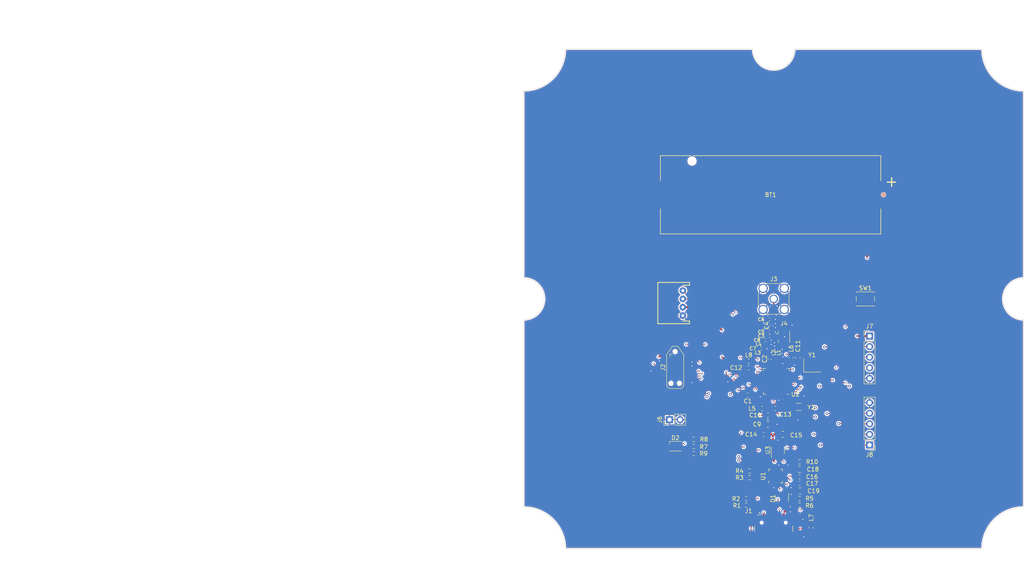
<source format=kicad_pcb>
(kicad_pcb (version 20221018) (generator pcbnew)
  (title_block (title "ZReach Controller Reference Design") (date "2024-02-22") (rev "A") (company "Z-Wave Alliance ") (comment 1 "Eric Ryherd - DrZWave@drzwave.blog"))
  (layers (0 "F.Cu" signal) (1 "In1.Cu" signal) (2 "In2.Cu" signal) (31 "B.Cu" signal) (35 "F.Paste" user) (36 "B.SilkS" user "B.Silkscreen") (37 "F.SilkS" user "F.Silkscreen") (39 "F.Mask" user) (44 "Edge.Cuts" user))
  (net 0 "")
  (net 1 "GND")
  (net 2 "+3.3V")
  (net 3 "/I2CSDA")
  (net 4 "/I2CSCL")
  (net 5 "Net-(U1-~{RST})")
  (net 6 "Net-(U1-VDD)")
  (net 7 "Net-(D2-BA)")
  (net 8 "/LED_BLUE")
  (net 9 "Net-(D2-GA)")
  (net 10 "/LED_GREEN")
  (net 11 "Net-(D2-RA)")
  (net 12 "/LED_RED")
  (net 13 "Net-(U1-VBUS)")
  (net 14 "/VBUS_5V")
  (net 15 "Net-(U1-RXD)")
  (net 16 "/VCOMTX")
  (net 17 "Net-(U1-TXD)")
  (net 18 "/VCOMRX")
  (net 19 "Net-(J1-CC2)")
  (net 20 "Net-(J1-CC1)")
  (net 22 "/DPLUS")
  (net 23 "/DMINUS")
  (net 24 "/PC00")
  (net 25 "/PC01")
  (net 26 "/PC02")
  (net 28 "/~{LEARN}")
  (net 29 "/PC06")
  (net 30 "/PC07")
  (net 33 "Net-(U2-HFXI)")
  (net 34 "Net-(U2-HFXO)")
  (net 35 "/~{RESET}")
  (net 36 "Net-(U2-RFVDD)")
  (net 38 "/RFRX")
  (net 40 "/RFTX1")
  (net 41 "Net-(U2-PAVDD)")
  (net 43 "/SWCLK")
  (net 44 "/SWDIO")
  (net 45 "/SWO")
  (net 46 "/TD1")
  (net 47 "/TCLK")
  (net 51 "/DECOUPLE")
  (net 52 "/VREGSW")
  (net 53 "+1V8")
  (net 56 "/PD03")
  (net 57 "/PD02")
  (net 58 "Net-(U2-PD01_LFXI)")
  (net 59 "Net-(U2-PD00_LFXO)")
  (net 70 "Net-(J1-SHIELD)")
  (net 71 "/RFTX2")
  (net 72 "/RFTX3")
  (net 73 "/RFTX4")
  (net 74 "/RF50")
  (net 77 "/RF")
  (footprint "Capacitor_SMD:C_0603_1608Metric" (layer "F.Cu") (at 206.8 102.2 90)
    (fp_text reference "C11")
    (fp_text value "220P")
  )
  (footprint "Crystal:Crystal_SMD_3215-2Pin_3.2x1.5mm" (layer "F.Cu") (at 207 114)
    (fp_text reference "Y2")
    (fp_text value "32768Hz")
  )
  (footprint "Capacitor_SMD:C_0402_1005Metric" (layer "F.Cu") (at 200.5 94.5 90)
    (fp_text reference "C4")
    (fp_text value "47P")
  )
  (footprint "Capacitor_SMD:C_0603_1608Metric" (layer "F.Cu") (at 198.6 120.6)
    (fp_text reference "C14")
    (fp_text value "100N")
  )
  (footprint "Package_TO_SOT_SMD:SOT-143" (layer "F.Cu") (at 203 136.08 -90)
    (fp_text reference "D1")
    (fp_text value "SP0503BAHT")
  )
  (footprint "Capacitor_SMD:C_0402_1005Metric" (layer "F.Cu") (at 199 98 180)
    (fp_text reference "C8")
    (fp_text value "1P3")
  )
  (footprint "Capacitor_SMD:C_0603_1608Metric" (layer "F.Cu") (at 194.8 111.2 180)
    (fp_text reference "C1")
    (fp_text value "1UF")
  )
  (footprint "Inductor_SMD:L_0603_1608Metric" (layer "F.Cu") (at 205.2 102.2 -90)
    (fp_text reference "L6")
    (fp_text value "33@100")
  )
  (footprint "Inductor_SMD:L_0402_1005Metric" (layer "F.Cu") (at 202.2 102.565 90)
    (fp_text reference "L1")
    (fp_text value "18N")
  )
  (footprint "Capacitor_SMD:C_0402_1005Metric" (layer "F.Cu") (at 200 97)
    (fp_text reference "C3")
    (fp_text value "220P")
  )
  (footprint "Crystal:Crystal_SMD_3225-4Pin_3.2x2.5mm" (layer "F.Cu") (at 210.2 104)
    (fp_text reference "Y1")
    (fp_text value "39MHz 10ppm")
  )
  (footprint "Capacitor_SMD:C_0402_1005Metric" (layer "F.Cu") (at 198 100 180)
    (fp_text reference "C7")
    (fp_text value "7P2")
  )
  (footprint "Capacitor_SMD:C_0805_2012Metric" (layer "F.Cu") (at 203.2 120.6 180)
    (fp_text reference "C15")
    (fp_text value "4U7")
  )
  (footprint "Connector_Coaxial:U.FL_Hirose_U.FL-R-SMT-1_Vertical" (layer "F.Cu") (at 203 97.2)
    (fp_text reference "J4")
    (fp_text value "NM")
  )
  (footprint "Connector_USB:USB_C_Receptacle_GCT_USB4110" (layer "F.Cu") (at 201 144.41)
    (fp_text reference "J1")
    (fp_text value "USB_C_Receptacle_USB2.0")
  )
  (footprint "Connector_PinHeader_2.54mm:PinHeader_1x02_P2.54mm_Vertical" (layer "F.Cu") (at 176 117.08 90)
    (fp_text reference "J6")
    (fp_text value "Conn_01x02")
  )
  (footprint "Package_TO_SOT_SMD:SOT-23-5" (layer "F.Cu") (at 202 124.4 90)
    (fp_text reference "U3")
    (fp_text value "AP2127K-3.3")
  )
  (footprint "Capacitor_SMD:C_0603_1608Metric" (layer "F.Cu") (at 201.4 114.4 180)
    (fp_text reference "C13")
    (fp_text value "1UF")
  )
  (footprint "Capacitor_SMD:C_0402_1005Metric" (layer "F.Cu") (at 200 93)
    (fp_text reference "C6")
    (fp_text value "NM")
  )
  (footprint "Capacitor_SMD:C_0805_2012Metric" (layer "F.Cu") (at 207.35 134.2 180)
    (fp_text reference "C19")
    (fp_text value "4U7")
  )
  (footprint "Capacitor_SMD:C_0805_2012Metric" (layer "F.Cu") (at 207.2 129 180)
    (fp_text reference "C18")
    (fp_text value "4U7")
  )
  (footprint "Capacitor_SMD:C_0402_1005Metric" (layer "F.Cu") (at 200 96)
    (fp_text reference "C5")
    (fp_text value "NM")
  )
  (footprint "Resistor_SMD:R_0603_1608Metric" (layer "F.Cu") (at 195.2 129.4 180)
    (fp_text reference "R4")
    (fp_text value "100")
  )
  (footprint "Capacitor_SMD:C_0603_1608Metric" (layer "F.Cu") (at 207.2 132.4 180)
    (fp_text reference "C17")
    (fp_text value "100N")
  )
  (footprint "ZReach:JST_PTH-4" (layer "F.Cu") (at 179.2 89.08 90)
    (fp_text reference "J5")
    (fp_text value "Qwiic_RA")
  )
  (footprint "Resistor_SMD:R_0603_1608Metric" (layer "F.Cu") (at 181.8 125.2)
    (fp_text reference "R9")
    (fp_text value "820")
  )
  (footprint "Capacitor_SMD:C_0603_1608Metric" (layer "F.Cu") (at 195 104.6)
    (fp_text reference "C12")
    (fp_text value "220P")
  )
  (footprint "Connector_PinHeader_2.54mm:PinHeader_1x05_P2.54mm_Vertical" (layer "F.Cu") (at 224 123.155 180)
    (fp_text reference "J8")
    (fp_text value "Conn_01x05")
  )
  (footprint "Inductor_SMD:L_0402_1005Metric" (layer "F.Cu") (at 199 101 180)
    (fp_text reference "L3")
    (fp_text value "1N3")
  )
  (footprint "Resistor_SMD:R_0603_1608Metric" (layer "F.Cu") (at 195.2 131 180)
    (fp_text reference "R3")
    (fp_text value "100")
  )
  (footprint "Package_DFN_QFN:SiliconLabs_QFN-20-1EP_3x3mm_P0.5mm_EP1.8x1.8mm" (layer "F.Cu") (at 201.45 130.63 90)
    (fp_text reference "U1")
    (fp_text value "CP2102N-Axx-xQFN20")
  )
  (footprint "LED_SMD:LED_WS2812B-2020_PLCC4_2.0x2.0mm" (layer "F.Cu") (at 177.415 123.45)
    (fp_text reference "D2")
    (fp_text value "LED_BGRK")
  )
  (footprint "Connector_Coaxial:SMA_Wurth_60312002114503_Vertical" (layer "F.Cu") (at 201 88.08)
    (fp_text reference "J3")
    (fp_text value "SMA")
  )
  (footprint "Resistor_SMD:R_0603_1608Metric" (layer "F.Cu") (at 181.8 121.8)
    (fp_text reference "R8")
    (fp_text value "1K")
  )
  (footprint "Package_DFN_QFN:VQFN-48-1EP_6x6mm_P0.4mm_EP4.1x4.1mm" (layer "F.Cu") (at 201.63 107.88 180)
    (fp_text reference "U2")
    (fp_text value "EFR32xG23-QFN48")
  )
  (footprint "Inductor_SMD:L_0402_1005Metric" (layer "F.Cu") (at 199 99)
    (fp_text reference "L4")
    (fp_text value "13N")
  )
  (footprint "Connector:Tag-Connect_TC2050-IDC-NL_2x05_P1.27mm_Vertical" (layer "F.Cu") (at 177.365 104.54 -90)
    (fp_text reference "J2")
    (fp_text value "Conn_02x05_Odd_Even")
  )
  (footprint "Inductor_SMD:L_0402_1005Metric" (layer "F.Cu") (at 201 102.565 90)
    (fp_text reference "L2")
    (fp_text value "1N5")
  )
  (footprint "Resistor_SMD:R_0603_1608Metric" (layer "F.Cu") (at 207.2 137.6)
    (fp_text reference "R6")
    (fp_text value "47K5")
  )
  (footprint "Button_Switch_SMD:SW_SPST_PTS810" (layer "F.Cu") (at 223 88.08)
    (fp_text reference "SW1")
    (fp_text value "PTS810")
  )
  (footprint "Inductor_SMD:L_0603_1608Metric" (layer "F.Cu") (at 198.2 114.4)
    (fp_text reference "L5")
    (fp_text value "2U2")
  )
  (footprint "ZReach:1050_KEY" (layer "F.Cu") (at 200.2523 63.08)
    (fp_text reference "BT1")
    (fp_text value "CR123 ")
  )
  (footprint "Capacitor_SMD:C_0402_1005Metric" (layer "F.Cu") (at 200 102.58 90)
    (fp_text reference "C2")
    (fp_text value "1P9")
  )
  (footprint "Resistor_SMD:R_0603_1608Metric" (layer "F.Cu") (at 207.2 136)
    (fp_text reference "R5")
    (fp_text value "22K1")
  )
  (footprint "Resistor_SMD:R_0603_1608Metric" (layer "F.Cu") (at 181.825 123.5)
    (fp_text reference "R7")
    (fp_text value "1K2")
  )
  (footprint "Capacitor_SMD:C_0805_2012Metric" (layer "F.Cu") (at 199.6 118.2 180)
    (fp_text reference "C9")
    (fp_text value "4U7")
  )
  (footprint "Capacitor_SMD:C_0603_1608Metric" (layer "F.Cu") (at 199.6 116 180)
    (fp_text reference "C10")
    (fp_text value "1UF")
  )
  (footprint "Resistor_SMD:R_0603_1608Metric" (layer "F.Cu") (at 194.4 137.6 180)
    (fp_text reference "R1")
    (fp_text value "5K1")
  )
  (footprint "Capacitor_SMD:C_0603_1608Metric" (layer "F.Cu") (at 207.2 130.8 180)
    (fp_text reference "C16")
    (fp_text value "100N")
  )
  (footprint "Inductor_SMD:L_0603_1608Metric" (layer "F.Cu") (at 210 143 90)
    (fp_text reference "L7")
    (fp_text value "33@100")
  )
  (footprint "Connector_PinHeader_2.54mm:PinHeader_1x05_P2.54mm_Vertical" (layer "F.Cu") (at 224 97)
    (fp_text reference "J7")
    (fp_text value "Conn_01x05")
  )
  (footprint "Resistor_SMD:R_0603_1608Metric" (layer "F.Cu") (at 194.4 136 180)
    (fp_text reference "R2")
    (fp_text value "5K1")
  )
  (footprint "Resistor_SMD:R_0603_1608Metric" (layer "F.Cu") (at 207.2 127.2)
    (fp_text reference "R10")
    (fp_text value "1K")
  )
  (footprint "Inductor_SMD:L_0603_1608Metric" (layer "F.Cu") (at 195 103)
    (fp_text reference "L8")
    (fp_text value "33@100")
  )
  (gr_line (start 261 83.08) (end 261 38.08) (stroke (width 0.1)) (layer "Edge.Cuts"))
  (gr_line (start 141 38.08) (end 141 83.08) (stroke (width 0.1)) (layer "Edge.Cuts"))
  (gr_arc (start 261 93.08) (mid 256 88.08) (end 261 83.08) (stroke (width 0.1)) (layer "Edge.Cuts"))
  (gr_arc (start 251 148.08) (mid 253.928932 141.008932) (end 261 138.08) (stroke (width 0.1)) (layer "Edge.Cuts"))
  (gr_arc (start 141 83.08) (mid 146 88.08) (end 141 93.08) (stroke (width 0.1)) (layer "Edge.Cuts"))
  (gr_arc (start 206 28.08) (mid 201 33.08) (end 196 28.08) (stroke (width 0.1)) (layer "Edge.Cuts"))
  (gr_line (start 261 138.08) (end 261 93.08) (stroke (width 0.1)) (layer "Edge.Cuts"))
  (gr_arc (start 261 38.08) (mid 253.928932 35.151068) (end 251 28.08) (stroke (width 0.1)) (layer "Edge.Cuts"))
  (gr_arc (start 151 28.08) (mid 148.071068 35.151068) (end 141 38.08) (stroke (width 0.1)) (layer "Edge.Cuts"))
  (gr_line (start 141 93.08) (end 141 138.08) (stroke (width 0.1)) (layer "Edge.Cuts"))
  (gr_arc (start 141 138.08) (mid 148.071068 141.008932) (end 151 148.08) (stroke (width 0.1)) (layer "Edge.Cuts"))
  (gr_line (start 196 28.08) (end 151 28.08) (stroke (width 0.1)) (layer "Edge.Cuts"))
  (gr_line (start 251 28.08) (end 206 28.08) (stroke (width 0.1)) (layer "Edge.Cuts"))
  (gr_line (start 151 148.08) (end 251 148.08) (stroke (width 0.1)) (layer "Edge.Cuts"))
  (segment (start 200.4 112) (end 200.4 112.4) (width 0.2) (layer "F.Cu") (net 1))
  (segment (start 202.2 129.08) (end 202.2 129.88) (width 0.1524) (layer "F.Cu") (net 1))
  (segment (start 201.2 132.18) (end 201.2 133.2) (width 0.1524) (layer "F.Cu") (net 1))
  (segment (start 203.03 104.9425) (end 203.03 106.48) (width 0.2) (layer "F.Cu") (net 1))
  (segment (start 201.2 132.18) (end 201.2 130.88) (width 0.1524) (layer "F.Cu") (net 1))
  (segment (start 203.03 106.48) (end 201.63 107.88) (width 0.2) (layer "F.Cu") (net 1))
  (segment (start 202.2 129.88) (end 201.45 130.63) (width 0.1524) (layer "F.Cu") (net 1))
  (segment (start 203.03 104.37) (end 203.2 104.2) (width 0.2) (layer "F.Cu") (net 1))
  (segment (start 200.23 110.8175) (end 200.23 111.83) (width 0.2) (layer "F.Cu") (net 1))
  (segment (start 204.2 140) (end 205 139.2) (width 0.2) (layer "F.Cu") (net 1))
  (segment (start 197.8 139.6) (end 197.7 139.5) (width 0.2) (layer "F.Cu") (net 1))
  (segment (start 203.2 104.2) (end 203.2 103.6) (width 0.2) (layer "F.Cu") (net 1))
  (segment (start 197.8 140.73) (end 197.8 139.6) (width 0.2) (layer "F.Cu") (net 1))
  (segment (start 200.23 110.8175) (end 200.23 109.28) (width 0.2) (layer "F.Cu") (net 1))
  (segment (start 201.2 133.2) (end 201 133.4) (width 0.1524) (layer "F.Cu") (net 1))
  (segment (start 200.23 111.83) (end 200.4 112) (width 0.2) (layer "F.Cu") (net 1))
  (segment (start 201.2 130.88) (end 201.45 130.63) (width 0.1524) (layer "F.Cu") (net 1))
  (segment (start 204.2 140.73) (end 204.2 140) (width 0.2) (layer "F.Cu") (net 1))
  (segment (start 200.23 109.28) (end 201.63 107.88) (width 0.2) (layer "F.Cu") (net 1))
  (segment (start 203.03 104.9425) (end 203.03 104.37) (width 0.2) (layer "F.Cu") (net 1))
  (segment (start 202.2 129.08) (end 202.2 128) (width 0.1524) (layer "F.Cu") (net 1))
  (via (at 208.2 111.4) (size 0.508) (drill 0.254) (layers "F.Cu" "B.Cu") (net 1))
  (via (at 200.4 101) (size 0.508) (drill 0.254) (layers "F.Cu" "B.Cu") (net 1))
  (via (at 208 141) (size 0.508) (drill 0.254) (layers "F.Cu" "B.Cu") (net 1))
  (via (at 199.4 95) (size 0.508) (drill 0.254) (layers "F.Cu" "B.Cu") (net 1))
  (via (at 205.2 133.4) (size 0.508) (drill 0.254) (layers "F.Cu" "B.Cu") (net 1))
  (via (at 208.2 145.2) (size 0.508) (drill 0.254) (layers "F.Cu" "B.Cu") (net 1))
  (via (at 197.6 139.4) (size 0.508) (drill 0.254) (layers "F.Cu" "B.Cu") (net 1))
  (via (at 206 104) (size 0.508) (drill 0.254) (layers "F.Cu" "B.Cu") (net 1))
  (via (at 199.6 92) (size 0.508) (drill 0.254) (layers "F.Cu" "B.Cu") (net 1))
  (via (at 202.2 128) (size 0.508) (drill 0.254) (layers "F.Cu" "B.Cu") (net 1))
  (via (at 201.8 118.2) (size 0.508) (drill 0.254) (layers "F.Cu" "B.Cu") (net 1))
  (via (at 203.2 102) (size 0.508) (drill 0.254) (layers "F.Cu" "B.Cu") (net 1))
  (via (at 201.4 96) (size 0.508) (drill 0.254) (layers "F.Cu" "B.Cu") (net 1))
  (via (at 181.4 104.2) (size 0.508) (drill 0.254) (layers "F.Cu" "B.Cu") (net 1))
  (via (at 199.4 94.2) (size 0.508) (drill 0.254) (layers "F.Cu" "B.Cu") (net 1))
  (via (at 206.8 117.2) (size 0.508) (drill 0.254) (layers "F.Cu" "B.Cu") (net 1))
  (via (at 199.6 117) (size 0.508) (drill 0.254) (layers "F.Cu" "B.Cu") (net 1))
  (via (at 202.2 112.4) (size 0.508) (drill 0.254) (layers "F.Cu" "B.Cu") (net 1))
  (via (at 181.4 103.2) (size 0.508) (drill 0.254) (layers "F.Cu" "B.Cu") (net 1))
  (via (at 201.4 94) (size 0.508) (drill 0.254) (layers "F.Cu" "B.Cu") (net 1))
  (via (at 201 133.4) (size 0.508) (drill 0.254) (layers "F.Cu" "B.Cu") (net 1))
  (via (at 200.4 112.4) (size 0.508) (drill 0.254) (layers "F.Cu" "B.Cu") (net 1))
  (via (at 200.4 99) (size 0.508) (drill 0.254) (layers "F.Cu" "B.Cu") (net 1))
  (via (at 205 138) (size 0.508) (drill 0.254) (layers "F.Cu" "B.Cu") (net 1))
  (via (at 205.4 94.4) (size 0.508) (drill 0.254) (layers "F.Cu" "B.Cu") (net 1))
  (via (at 201.6 92) (size 0.508) (drill 0.254) (layers "F.Cu" "B.Cu") (net 1))
  (via (at 201.8 89.8) (size 0.508) (drill 0.254) (layers "F.Cu" "B.Cu") (net 1))
  (via (at 198.6 95.4) (size 0.508) (drill 0.254) (layers "F.Cu" "B.Cu") (net 1))
  (via (at 203 100.2) (size 0.508) (drill 0.254) (layers "F.Cu" "B.Cu") (net 1))
  (via (at 198.4 93) (size 0.508) (drill 0.254) (layers "F.Cu" "B.Cu") (net 1))
  (via (at 203.6 97.2) (size 0.508) (drill 0.254) (layers "F.Cu" "B.Cu") (net 1))
  (via (at 199.4 100) (size 0.508) (drill 0.254) (layers "F.Cu" "B.Cu") (net 1))
  (via (at 198.6 93.8) (size 0.508) (drill 0.254) (layers "F.Cu" "B.Cu") (net 1))
  (via (at 200.2 89.8) (size 0.508) (drill 0.254) (layers "F.Cu" "B.Cu") (net 1))
  (via (at 201.2 99.4) (size 0.508) (drill 0.254) (layers "F.Cu" "B.Cu") (net 1))
  (via (at 201.4 95) (size 0.508) (drill 0.254) (layers "F.Cu" "B.Cu") (net 1))
  (via (at 202 122) (size 0.508) (drill 0.254) (layers "F.Cu" "B.Cu") (net 1))
  (via (at 201.2 100.2) (size 0.508) (drill 0.254) (layers "F.Cu" "B.Cu") (net 1))
  (via (at 171.6 105.4) (size 0.508) (drill 0.254) (layers "F.Cu" "B.Cu") (net 1))
  (via (at 204.4 128) (size 0.508) (drill 0.254) (layers "F.Cu" "B.Cu") (net 1))
  (via (at 201.4 93) (size 0.508) (drill 0.254) (layers "F.Cu" "B.Cu") (net 1))
  (via (at 173.6 103) (size 0.508) (drill 0.254) (layers "F.Cu" "B.Cu") (net 1))
  (via (at 197.8 111.6) (size 0.508) (drill 0.254) (layers "F.Cu" "B.Cu") (net 1))
  (via (at 181.4 108.2) (size 0.508) (drill 0.254) (layers "F.Cu" "B.Cu") (net 1))
  (via (at 200.4 98) (size 0.508) (drill 0.254) (layers "F.Cu" "B.Cu") (net 1))
  (via (at 205 139.2) (size 0.508) (drill 0.254) (layers "F.Cu" "B.Cu") (net 1))
  (via (at 201.6 101) (size 0.508) (drill 0.254) (layers "F.Cu" "B.Cu") (net 1))
  (via (at 201.2 98.6) (size 0.508) (drill 0.254) (layers "F.Cu" "B.Cu") (net 1))
  (via (at 205.2 135) (size 0.508) (drill 0.254) (layers "F.Cu" "B.Cu") (net 1))
  (via (at 203.2 103.6) (size 0.508) (drill 0.254) (layers "F.Cu" "B.Cu") (net 1))
  (via (at 190 108) (size 0.508) (drill 0.254) (layers "F.Cu" "B.Cu") (net 1))
  (via (at 203 101.2) (size 0.508) (drill 0.254) (layers "F.Cu" "B.Cu") (net 1))
  (segment (start 223.4 64.2) (end 223.4 78.2) (width 0.5) (layer "F.Cu") (net 2))
  (segment (start 200.625 113.4) (end 200.625 114.4) (width 0.3) (layer "F.Cu") (net 2))
  (segment (start 200.625 113.4) (end 200.6 113.4) (width 0.2) (layer "F.Cu") (net 2))
  (segment (start 176.73 102) (end 176.53 101.8) (width 0.5) (layer "F.Cu") (net 2))
  (segment (start 199.375 120.6) (end 200.8 120.6) (width 0.5) (layer "F.Cu") (net 2))
  (segment (start 200.6 113.4) (end 199.83 112.63) (width 0.3) (layer "F.Cu") (net 2))
  (segment (start 200.8 122) (end 200.8 120.6) (width 0.5) (layer "F.Cu") (net 2))
  (segment (start 201.03 110.8175) (end 201.03 111.611767) (width 0.2) (layer "F.Cu") (net 2))
  (segment (start 222.7694 63.5694) (end 223.4 64.2) (width 0.5) (layer "F.Cu") (net 2))
  (segment (start 201.43 110.8175) (end 201.43 111.760884) (width 0.2) (layer "F.Cu") (net 2))
  (segment (start 201.4 115.2) (end 201.6 115.2) (width 0.3) (layer "F.Cu") (net 2))
  (segment (start 224 97) (end 221 97) (width 0.5) (layer "F.Cu") (net 2))
  (segment (start 178.33 122.87) (end 178.4 122.8) (width 0.2) (layer "F.Cu") (net 2))
  (segment (start 201.4 111.8) (end 201.6 112) (width 0.2) (layer "F.Cu") (net 2))
  (segment (start 200.625 114.4) (end 200.625 114.425) (width 0.3) (layer "F.Cu") (net 2))
  (segment (start 222.7694 63.08) (end 222.7694 63.5694) (width 0.5) (layer "F.Cu") (net 2))
  (segment (start 201.6 112) (end 201.6 112.926906) (width 0.2) (layer "F.Cu") (net 2))
  (segment (start 201.6 112.926906) (end 201.126906 113.4) (width 0.2) (layer "F.Cu") (net 2))
  (segment (start 202.25 120.6) (end 200.8 120.6) (width 0.5) (layer "F.Cu") (net 2))
  (segment (start 189.6 103) (end 188.6 102) (width 0.5) (layer "F.Cu") (net 2))
  (segment (start 200.625 114.425) (end 201.4 115.2) (width 0.3) (layer "F.Cu") (net 2))
  (segment (start 188.6 95.6) (end 183.08 90.08) (width 0.5) (layer "F.Cu") (net 2))
  (segment (start 176.53 101.8) (end 173.6 101.8) (width 0.5) (layer "F.Cu") (net 2))
  (segment (start 201.126906 113.4) (end 200.625 113.4) (width 0.3) (layer "F.Cu") (net 2))
  (segment (start 201.4 111.790884) (end 201.4 111.8) (width 0.2) (layer "F.Cu") (net 2))
  (segment (start 178.4 122.8) (end 179.6 122.8) (width 0.2) (layer "F.Cu") (net 2))
  (segment (start 201.43 111.760884) (end 201.4 111.790884) (width 0.2) (layer "F.Cu") (net 2))
  (segment (start 201.209117 111.790884) (end 201.4 111.790884) (width 0.2) (layer "F.Cu") (net 2))
  (segment (start 178.33 122.9) (end 178.33 122.87) (width 0.2) (layer "F.Cu") (net 2))
  (segment (start 201.03 111.611767) (end 201.209117 111.790884) (width 0.2) (layer "F.Cu") (net 2))
  (segment (start 201.6 115.2) (end 202.2 115.8) (width 0.3) (layer "F.Cu") (net 2))
  (segment (start 173.6 101.8) (end 173.4 102) (width 0.5) (layer "F.Cu") (net 2))
  (segment (start 183.08 90.08) (end 179.2 90.08) (width 0.5) (layer "F.Cu") (net 2))
  (segment (start 201.05 122.25) (end 200.8 122) (width 0.5) (layer "F.Cu") (net 2))
  (segment (start 199.83 112.63) (end 199.83 110.8175) (width 0.2) (layer "F.Cu") (net 2))
  (segment (start 201.05 123.2625) (end 201.05 122.25) (width 0.5) (layer "F.Cu") (net 2))
  (segment (start 194.2125 103) (end 189.6 103) (width 0.5) (layer "F.Cu") (net 2))
  (via (at 179.6 122.8) (size 0.508) (drill 0.254) (layers "F.Cu" "B.Cu") (net 2))
  (via (at 221 97) (size 0.508) (drill 0.254) (layers "F.Cu" "B.Cu") (net 2))
  (via (at 200.8 121.4) (size 0.508) (drill 0.254) (layers "F.Cu" "B.Cu") (net 2))
  (via (at 173.4 102) (size 0.508) (drill 0.254) (layers "F.Cu" "B.Cu") (net 2))
  (via (at 188.6 102) (size 0.508) (drill 0.254) (layers "F.Cu" "B.Cu") (net 2))
  (via (at 188.6 95.6) (size 0.508) (drill 0.254) (layers "F.Cu" "B.Cu") (net 2))
  (via (at 202.2 115.8) (size 0.508) (drill 0.254) (layers "F.Cu" "B.Cu") (net 2))
  (via (at 223.4 78.2) (size 0.508) (drill 0.254) (layers "F.Cu" "B.Cu") (net 2))
  (via (at 200.8 120.6) (size 0.508) (drill 0.254) (layers "F.Cu" "B.Cu") (net 2))
  (segment (start 200 104.2) (end 200.23 104.43) (width 0.2) (layer "F.Cu") (net 3))
  (segment (start 196.998092 104.393605) (end 198.206395 104.393605) (width 0.2) (layer "F.Cu") (net 3))
  (segment (start 179.2 88.08) (end 187.48 88.08) (width 0.2) (layer "F.Cu") (net 3))
  (segment (start 187.48 88.08) (end 191.2 91.8) (width 0.2) (layer "F.Cu") (net 3))
  (segment (start 200.23 104.43) (end 200.23 104.9425) (width 0.2) (layer "F.Cu") (net 3))
  (segment (start 198.4 104.2) (end 200 104.2) (width 0.2) (layer "F.Cu") (net 3))
  (segment (start 198.206395 104.393605) (end 198.4 104.2) (width 0.2) (layer "F.Cu") (net 3))
  (via (at 191.2 91.8) (size 0.508) (drill 0.254) (layers "F.Cu" "B.Cu") (net 3))
  (via (at 196.998092 104.393605) (size 0.508) (drill 0.254) (layers "F.Cu" "B.Cu") (net 3))
  (segment (start 198.4 105) (end 198.4575 104.9425) (width 0.2) (layer "F.Cu") (net 4))
  (segment (start 198.4575 104.9425) (end 199.43 104.9425) (width 0.2) (layer "F.Cu") (net 4))
  (segment (start 179.2 86.08) (end 180.72 87.6) (width 0.2) (layer "F.Cu") (net 4))
  (segment (start 180.72 87.6) (end 188 87.6) (width 0.2) (layer "F.Cu") (net 4))
  (segment (start 188 87.6) (end 191.8 91.4) (width 0.2) (layer "F.Cu") (net 4))
  (segment (start 197.6 105) (end 198.4 105) (width 0.2) (layer "F.Cu") (net 4))
  (via (at 197.6 105) (size 0.508) (drill 0.254) (layers "F.Cu" "B.Cu") (net 4))
  (via (at 191.8 91.4) (size 0.508) (drill 0.254) (layers "F.Cu" "B.Cu") (net 4))
  (segment (start 204.02 130.38) (end 204.6 129.8) (width 0.2) (layer "F.Cu") (net 5))
  (segment (start 203 130.38) (end 204.02 130.38) (width 0.2) (layer "F.Cu") (net 5))
  (segment (start 204.6 128.975) (end 206.375 127.2) (width 0.2) (layer "F.Cu") (net 5))
  (segment (start 204.6 129.8) (end 204.6 128.975) (width 0.2) (layer "F.Cu") (net 5))
  (segment (start 203.42 132.6) (end 202.7 131.88) (width 0.2) (layer "F.Cu") (net 6))
  (segment (start 206.25 129) (end 206.25 130.625) (width 0.2) (layer "F.Cu") (net 6))
  (segment (start 206.4 128) (end 207.225 128) (width 0.2) (layer "F.Cu") (net 6))
  (segment (start 206.25 129) (end 206.25 128.75) (width 0.2) (layer "F.Cu") (net 6))
  (segment (start 206.25 130.625) (end 206.425 130.8) (width 0.2) (layer "F.Cu") (net 6))
  (segment (start 206.425 130.8) (end 206.4 130.8) (width 0.2) (layer "F.Cu") (net 6))
  (segment (start 206.2 130.6) (end 204.8 130.6) (width 0.2) (layer "F.Cu") (net 6))
  (segment (start 206.25 128.75) (end 206.4 128.6) (width 0.2) (layer "F.Cu") (net 6))
  (segment (start 206.4 128.6) (end 206.4 128) (width 0.2) (layer "F.Cu") (net 6))
  (segment (start 206.4 130.8) (end 206.2 130.6) (width 0.2) (layer "F.Cu") (net 6))
  (segment (start 207.225 128) (end 208.025 127.2) (width 0.2) (layer "F.Cu") (net 6))
  (segment (start 204.2 132.6) (end 203.42 132.6) (width 0.2) (layer "F.Cu") (net 6))
  (via (at 204.8 130.6) (size 0.508) (drill 0.254) (layers "F.Cu" "B.Cu") (net 6))
  (via (at 204.2 132.6) (size 0.508) (drill 0.254) (layers "F.Cu" "B.Cu") (net 6))
  (segment (start 176.48 125.2) (end 175.89 124.61) (width 0.2) (layer "F.Cu") (net 7))
  (segment (start 175.89 123.51) (end 176.5 122.9) (width 0.2) (layer "F.Cu") (net 7))
  (segment (start 175.89 124.61) (end 175.89 123.51) (width 0.2) (layer "F.Cu") (net 7))
  (segment (start 180.975 125.2) (end 176.48 125.2) (width 0.2) (layer "F.Cu") (net 7))
  (segment (start 204.5675 108.48) (end 205.28 108.48) (width 0.2) (layer "F.Cu") (net 8))
  (segment (start 206 123.8) (end 204.2 123.8) (width 0.2) (layer "F.Cu") (net 8))
  (segment (start 197.4 124.4) (end 185.4 124.4) (width 0.2) (layer "F.Cu") (net 8))
  (segment (start 205.4 108.6) (end 206 108.6) (width 0.2) (layer "F.Cu") (net 8))
  (segment (start 205.28 108.48) (end 205.4 108.6) (width 0.2) (layer "F.Cu") (net 8))
  (segment (start 185.4 124.4) (end 184.6 125.2) (width 0.2) (layer "F.Cu") (net 8))
  (segment (start 184.6 125.2) (end 182.625 125.2) (width 0.2) (layer "F.Cu") (net 8))
  (via (at 204.2 123.8) (size 0.508) (drill 0.254) (layers "F.Cu" "B.Cu") (net 8))
  (via (at 197.4 124.4) (size 0.508) (drill 0.254) (layers "F.Cu" "B.Cu") (net 8))
  (via (at 206 108.6) (size 0.508) (drill 0.254) (layers "F.Cu" "B.Cu") (net 8))
  (via (at 206 123.8) (size 0.508) (drill 0.254) (layers "F.Cu" "B.Cu") (net 8))
  (segment (start 178.21 121.8) (end 177.11 122.9) (width 0.2) (layer "F.Cu") (net 9))
  (segment (start 180.975 121.8) (end 178.21 121.8) (width 0.2) (layer "F.Cu") (net 9))
  (segment (start 177.11 122.9) (end 177.11 123.39) (width 0.2) (layer "F.Cu") (net 9))
  (segment (start 177.11 123.39) (end 176.5 124) (width 0.2) (layer "F.Cu") (net 9))
  (segment (start 191.6 121.8) (end 182.625 121.8) (width 0.2) (layer "F.Cu") (net 10))
  (segment (start 193.2 120.2) (end 191.6 121.8) (width 0.2) (layer "F.Cu") (net 10))
  (segment (start 198 105.6) (end 197 105.6) (width 0.2) (layer "F.Cu") (net 10))
  (segment (start 198.08 105.68) (end 198 105.6) (width 0.2) (layer "F.Cu") (net 10))
  (segment (start 198.6925 105.68) (end 198.08 105.68) (width 0.2) (layer "F.Cu") (net 10))
  (via (at 193.2 120.2) (size 0.508) (drill 0.254) (layers "F.Cu" "B.Cu") (net 10))
  (via (at 197 105.6) (size 0.508) (drill 0.254) (layers "F.Cu" "B.Cu") (net 10))
  (segment (start 180.5 124) (end 181 123.5) (width 0.2) (layer "F.Cu") (net 11))
  (segment (start 178.33 124) (end 180.5 124) (width 0.2) (layer "F.Cu") (net 11))
  (segment (start 182.8 123.6) (end 182.7 123.5) (width 0.2) (layer "F.Cu") (net 12))
  (segment (start 198.6925 109.68) (end 196.72 109.68) (width 0.2) (layer "F.Cu") (net 12))
  (segment (start 193.8 123.6) (end 182.8 123.6) (width 0.2) (layer "F.Cu") (net 12))
  (segment (start 196.72 109.68) (end 196.6 109.8) (width 0.2) (layer "F.Cu") (net 12))
  (segment (start 182.7 123.5) (end 182.65 123.5) (width 0.2) (layer "F.Cu") (net 12))
  (via (at 193.8 123.6) (size 0.508) (drill 0.254) (layers "F.Cu" "B.Cu") (net 12))
  (via (at 196.6 109.8) (size 0.508) (drill 0.254) (layers "F.Cu" "B.Cu") (net 12))
  (segment (start 208.025 137.6) (end 208.025 138.175) (width 0.2) (layer "F.Cu") (net 13))
  (segment (start 203 130.88) (end 204.28 130.88) (width 0.2) (layer "F.Cu") (net 13))
  (segment (start 208.025 138.175) (end 207.4 138.8) (width 0.2) (layer "F.Cu") (net 13))
  (segment (start 204.28 130.88) (end 205 131.6) (width 0.2) (layer "F.Cu") (net 13))
  (segment (start 208.025 137.6) (end 208.025 136) (width 0.2) (layer "F.Cu") (net 13))
  (via (at 207.4 138.8) (size 0.508) (drill 0.254) (layers "F.Cu" "B.Cu") (net 13))
  (via (at 205 131.6) (size 0.508) (drill 0.254) (layers "F.Cu" "B.Cu") (net 13))
  (segment (start 203 131.38) (end 203.78 131.38) (width 0.2) (layer "F.Cu") (net 14))
  (segment (start 201.05 125.5375) (end 201.05 127.05) (width 0.5) (layer "F.Cu") (net 14))
  (segment (start 204.8 132.4) (end 206.425 132.4) (width 0.2) (layer "F.Cu") (net 14))
  (segment (start 206.425 134.175) (end 206.4 134.2) (width 0.2) (layer "F.Cu") (net 14))
  (segment (start 203.4 140.73) (end 203.4 139.4) (width 0.5) (layer "F.Cu") (net 14))
  (segment (start 203.95 137.08) (end 203.95 138.85) (width 0.5) (layer "F.Cu") (net 14))
  (segment (start 204.52 137.08) (end 205.6 136) (width 0.5) (layer "F.Cu") (net 14))
  (segment (start 206.425 132.4) (end 206.425 134.175) (width 0.5) (layer "F.Cu") (net 14))
  (segment (start 201.05 127.05) (end 201.2 127.2) (width 0.3) (layer "F.Cu") (net 14))
  (segment (start 203.95 138.85) (end 203.4 139.4) (width 0.5) (layer "F.Cu") (net 14))
  (segment (start 202.95 125.5375) (end 202.95 126.75) (width 0.2) (layer "F.Cu") (net 14))
  (segment (start 198.6 140.73) (end 198.6 139.4) (width 0.5) (layer "F.Cu") (net 14))
  (segment (start 203.78 131.38) (end 204.8 132.4) (width 0.2) (layer "F.Cu") (net 14))
  (segment (start 203.95 137.08) (end 204.52 137.08) (width 0.5) (layer "F.Cu") (net 14))
  (segment (start 206.4 134.2) (end 206.4 135.975) (width 0.5) (layer "F.Cu") (net 14))
  (segment (start 202.95 126.75) (end 203.4 127.2) (width 0.2) (layer "F.Cu") (net 14))
  (segment (start 206.4 135.975) (end 206.375 136) (width 0.2) (layer "F.Cu") (net 14))
  (segment (start 205.6 136) (end 206.375 136) (width 0.5) (layer "F.Cu") (net 14))
  (via (at 203.4 127.2) (size 0.508) (drill 0.254) (layers "F.Cu" "B.Cu") (net 14))
  (via (at 201.2 127.2) (size 0.508) (drill 0.254) (layers "F.Cu" "B.Cu") (net 14))
  (via (at 203.4 139.4) (size 0.508) (drill 0.254) (layers "F.Cu" "B.Cu") (net 14))
  (via (at 198.6 139.4) (size 0.508) (drill 0.254) (layers "F.Cu" "B.Cu") (net 14))
  (segment (start 198.48 129.88) (end 198 129.4) (width 0.2) (layer "F.Cu") (net 15))
  (segment (start 198 129.4) (end 196.025 129.4) (width 0.2) (layer "F.Cu") (net 15))
  (segment (start 199.9 129.88) (end 198.48 129.88) (width 0.2) (layer "F.Cu") (net 15))
  (segment (start 184.8 110.8) (end 185.4 110.8) (width 0.1524) (layer "F.Cu") (net 16))
  (segment (start 174.72 107.08) (end 174 107.8) (width 0.1524) (layer "F.Cu") (net 16))
  (segment (start 192.2 109.4) (end 190.6 111) (width 0.2) (layer "F.Cu") (net 16))
  (segment (start 193.1791 126.52395) (end 193.1791 126.5791) (width 0.1524) (layer "F.Cu") (net 16))
  (segment (start 174.8 110.8) (end 184.8 110.8) (width 0.1524) (layer "F.Cu") (net 16))
  (segment (start 194.375 127.775) (end 194.375 129.4) (width 0.1524) (layer "F.Cu") (net 16))
  (segment (start 176.73 107.08) (end 174.72 107.08) (width 0.1524) (layer "F.Cu") (net 16))
  (segment (start 196.12 108.88) (end 198.6925 108.88) (width 0.2) (layer "F.Cu") (net 16))
  (segment (start 193.6 109.4) (end 195.6 109.4) (width 0.2) (layer "F.Cu") (net 16))
  (segment (start 174 110) (end 174.8 110.8) (width 0.1524) (layer "F.Cu") (net 16))
  (segment (start 195.6 109.4) (end 196.12 108.88) (width 0.2) (layer "F.Cu") (net 16))
  (segment (start 193.1791 126.5791) (end 194.375 127.775) (width 0.1524) (layer "F.Cu") (net 16))
  (segment (start 174 107.8) (end 174 110) (width 0.1524) (layer "F.Cu") (net 16))
  (segment (start 193.6 109.4) (end 192.2 109.4) (width 0.2) (layer "F.Cu") (net 16))
  (segment (start 192.609905 125.954755) (end 193.1791 126.52395) (width 0.1524) (layer "F.Cu") (net 16))
  (via (at 193.6 109.4) (size 0.508) (drill 0.254) (layers "F.Cu" "B.Cu") (net 16))
  (via (at 192.609905 125.954755) (size 0.6858) (drill 0.3302) (layers "F.Cu" "B.Cu") (net 16))
  (via (at 190.6 111) (size 0.6858) (drill 0.3302) (layers "F.Cu" "B.Cu") (net 16))
  (via (at 185.4 110.8) (size 0.6858) (drill 0.3302) (layers "F.Cu" "B.Cu") (net 16))
  (segment (start 197.8 131) (end 196.025 131) (width 0.2) (layer "F.Cu") (net 17))
  (segment (start 198.42 130.38) (end 197.8 131) (width 0.2) (layer "F.Cu") (net 17))
  (segment (start 199.9 130.38) (end 198.42 130.38) (width 0.2) (layer "F.Cu") (net 17))
  (segment (start 196.32 109.28) (end 198.6925 109.28) (width 0.2) (layer "F.Cu") (net 18))
  (segment (start 192.6 126.8) (end 193.6 127.8) (width 0.2) (layer "F.Cu") (net 18))
  (segment (start 176.73 105.81) (end 175.5482 105.81) (width 0.1524) (layer "F.Cu") (net 18))
  (segment (start 195.557995 110.042005) (end 196.32 109.28) (width 0.2) (layer "F.Cu") (net 18))
  (segment (start 193.6 130.225) (end 194.375 131) (width 0.2) (layer "F.Cu") (net 18))
  (segment (start 173.6876 110.2876) (end 174.6 111.2) (width 0.1524) (layer "F.Cu") (net 18))
  (segment (start 192.4 110) (end 192.442005 110.042005) (width 0.2) (layer "F.Cu") (net 18))
  (segment (start 174.6 111.2) (end 184.6 111.2) (width 0.1524) (layer "F.Cu") (net 18))
  (segment (start 175.5482 105.81) (end 173.6876 107.6706) (width 0.1524) (layer "F.Cu") (net 18))
  (segment (start 193.6 127.8) (end 193.6 130.225) (width 0.2) (layer "F.Cu") (net 18))
  (segment (start 184.6 111.2) (end 185 111.6) (width 0.1524) (layer "F.Cu") (net 18))
  (segment (start 173.6876 107.6706) (end 173.6876 110.2876) (width 0.1524) (layer "F.Cu") (net 18))
  (segment (start 192.442005 110.042005) (end 195.557995 110.042005) (width 0.2) (layer "F.Cu") (net 18))
  (via (at 192.4 110) (size 0.508) (drill 0.254) (layers "F.Cu" "B.Cu") (net 18))
  (via (at 185 111.6) (size 0.6858) (drill 0.3302) (layers "F.Cu" "B.Cu") (net 18))
  (via (at 192.6 126.8) (size 0.6858) (drill 0.3302) (layers "F.Cu" "B.Cu") (net 18))
  (segment (start 202.75 140.73) (end 202.75 139.75) (width 0.2) (layer "F.Cu") (net 19))
  (segment (start 202.4 139.4) (end 202.4 138.6) (width 0.2) (layer "F.Cu") (net 19))
  (segment (start 202.75 139.75) (end 202.4 139.4) (width 0.2) (layer "F.Cu") (net 19))
  (segment (start 195.225 136) (end 197.2 136) (width 0.2) (layer "F.Cu") (net 19))
  (via (at 197.2 136) (size 0.508) (drill 0.254) (layers "F.Cu" "B.Cu") (net 19))
  (via (at 202.4 138.6) (size 0.508) (drill 0.254) (layers "F.Cu" "B.Cu") (net 19))
  (segment (start 199.75 140.73) (end 199.75 139.35) (width 0.2) (layer "F.Cu") (net 20))
  (segment (start 199.75 139.35) (end 198 137.6) (width 0.2) (layer "F.Cu") (net 20))
  (segment (start 198 137.6) (end 195.225 137.6) (width 0.2) (layer "F.Cu") (net 20))
  (segment (start 201.75 140.73) (end 201.75 138.45) (width 0.2) (layer "F.Cu") (net 22))
  (segment (start 202.05 134.25) (end 202.05 135.08) (width 0.2) (layer "F.Cu") (net 22))
  (segment (start 200.75 140.73) (end 200.75 141.28084) (width 0.2) (layer "F.Cu") (net 22))
  (segment (start 200.8 141.33084) (end 200.8 141.8) (width 0.2) (layer "F.Cu") (net 22))
  (segment (start 202.61 135.64) (end 202.05 135.08) (width 0.2) (layer "F.Cu") (net 22))
  (segment (start 201.75 141.8) (end 201.75 140.73) (width 0.2) (layer "F.Cu") (net 22))
  (segment (start 202.61 137.59) (end 202.61 135.64) (width 0.2) (layer "F.Cu") (net 22))
  (segment (start 201.75 138.45) (end 202.61 137.59) (width 0.2) (layer "F.Cu") (net 22))
  (segment (start 200.75 141.28084) (end 200.8 141.33084) (width 0.2) (layer "F.Cu") (net 22))
  (segment (start 201.7 132.18) (end 201.7 133.9) (width 0.2) (layer "F.Cu") (net 22))
  (segment (start 201.7 133.9) (end 202.05 134.25) (width 0.2) (layer "F.Cu") (net 22))
  (segment (start 200.8 141.8) (end 201.75 141.8) (width 0.2) (layer "F.Cu") (net 22))
  (segment (start 202 137.03) (end 202 136.2) (width 0.2) (layer "F.Cu") (net 23))
  (segment (start 202.05 137.08) (end 202 137.03) (width 0.2) (layer "F.Cu") (net 23))
  (segment (start 201.2 139.8) (end 201.25 139.85) (width 0.2) (layer "F.Cu") (net 23))
  (segment (start 200.4 139.8) (end 201.2 139.8) (width 0.2) (layer "F.Cu") (net 23))
  (segment (start 200.25 140.73) (end 200.25 139.95) (width 0.2) (layer "F.Cu") (net 23))
  (segment (start 201.25 139.85) (end 201.25 140.73) (width 0.2) (layer "F.Cu") (net 23))
  (segment (start 201.2 137.93) (end 202.05 137.08) (width 0.2) (layer "F.Cu") (net 23))
  (segment (start 200.25 139.95) (end 200.4 139.8) (width 0.2) (layer "F.Cu") (net 23))
  (segment (start 202.6 133.8) (end 202.2 133.4) (width 0.2) (layer "F.Cu") (net 23))
  (segment (start 202.2 133.4) (end 202.2 132.18) (width 0.2) (layer "F.Cu") (net 23))
  (segment (start 201.2 139.8) (end 201.2 137.93) (width 0.2) (layer "F.Cu") (net 23))
  (via (at 202 136.2) (size 0.508) (drill 0.254) (layers "F.Cu" "B.Cu") (net 23))
  (via (at 202.6 133.8) (size 0.508) (drill 0.254) (layers "F.Cu" "B.Cu") (net 23))
  (segment (start 216 104.6) (end 218.52 102.08) (width 0.1524) (layer "F.Cu") (net 24))
  (segment (start 218.52 102.08) (end 224 102.08) (width 0.1524) (layer "F.Cu") (net 24))
  (segment (start 204.5675 110.3675) (end 204.6 110.4) (width 0.2) (layer "F.Cu") (net 24))
  (segment (start 204.5675 110.08) (end 204.5675 110.3675) (width 0.2) (layer "F.Cu") (net 24))
  (segment (start 204.6 110.4) (end 206.6 110.4) (width 0.2) (layer "F.Cu") (net 24))
  (via (at 216 104.6) (size 0.508) (drill 0.254) (layers "F.Cu" "B.Cu") (net 24))
  (via (at 206.6 110.4) (size 0.508) (drill 0.254) (layers "F.Cu" "B.Cu") (net 24))
  (segment (start 205.08 109.68) (end 205.2 109.8) (width 0.2) (layer "F.Cu") (net 25))
  (segment (start 212.2 123.2) (end 212.245 123.155) (width 0.2) (layer "F.Cu") (net 25))
  (segment (start 205.2 109.8) (end 207 109.8) (width 0.2) (layer "F.Cu") (net 25))
  (segment (start 212.245 123.155) (end 224 123.155) (width 0.2) (layer "F.Cu") (net 25))
  (segment (start 204.5675 109.68) (end 205.08 109.68) (width 0.2) (layer "F.Cu") (net 25))
  (via (at 212.2 123.2) (size 0.6858) (drill 0.3302) (layers "F.Cu" "B.Cu") (net 25))
  (via (at 207.2 109.8) (size 0.508) (drill 0.254) (layers "F.Cu" "B.Cu") (net 25))
  (segment (start 210.6 120.6) (end 210.615 120.615) (width 0.2) (layer "F.Cu") (net 26))
  (segment (start 205.12 109.28) (end 205.2 109.2) (width 0.2) (layer "F.Cu") (net 26))
  (segment (start 210.615 120.615) (end 224 120.615) (width 0.2) (layer "F.Cu") (net 26))
  (segment (start 205.2 109.2) (end 207.6 109.2) (width 0.2) (layer "F.Cu") (net 26))
  (segment (start 204.5675 109.28) (end 205.12 109.28) (width 0.2) (layer "F.Cu") (net 26))
  (via (at 210.6 120.6) (size 0.6858) (drill 0.3302) (layers "F.Cu" "B.Cu") (net 26))
  (via (at 207.6 109.2) (size 0.508) (drill 0.254) (layers "F.Cu" "B.Cu") (net 26))
  (segment (start 225.075 89.155) (end 220.925 89.155) (width 0.2) (layer "F.Cu") (net 28))
  (segment (start 214.2 108.2) (end 214.08 108.08) (width 0.2) (layer "F.Cu") (net 28))
  (segment (start 218.2 108.2) (end 214.2 108.2) (width 0.2) (layer "F.Cu") (net 28))
  (segment (start 220.925 89.155) (end 220.925 92.075) (width 0.2) (layer "F.Cu") (net 28))
  (segment (start 214.08 108.08) (end 204.5675 108.08) (width 0.2) (layer "F.Cu") (net 28))
  (segment (start 220.925 92.075) (end 218.2 94.8) (width 0.2) (layer "F.Cu") (net 28))
  (via (at 218.2 94.8) (size 0.508) (drill 0.254) (layers "F.Cu" "B.Cu") (net 28))
  (via (at 218.2 108.2) (size 0.508) (drill 0.254) (layers "F.Cu" "B.Cu") (net 28))
  (segment (start 215.2 107.6) (end 207 107.6) (width 0.2) (layer "F.Cu") (net 29))
  (segment (start 221.875 118.075) (end 224 118.075) (width 0.2) (layer "F.Cu") (net 29))
  (segment (start 206.92 107.68) (end 204.5675 107.68) (width 0.2) (layer "F.Cu") (net 29))
  (segment (start 221.8 118) (end 221.875 118.075) (width 0.2) (layer "F.Cu") (net 29))
  (segment (start 216.6 118) (end 221.8 118) (width 0.2) (layer "F.Cu") (net 29))
  (segment (start 207 107.6) (end 206.92 107.68) (width 0.2) (layer "F.Cu") (net 29))
  (via (at 216.6 118) (size 0.6858) (drill 0.3302) (layers "F.Cu" "B.Cu") (net 29))
  (via (at 215.2 107.6) (size 0.508) (drill 0.254) (layers "F.Cu" "B.Cu") (net 29))
  (segment (start 222.46 99.54) (end 224 99.54) (width 0.2) (layer "F.Cu") (net 30))
  (segment (start 206.72 107.28) (end 204.5675 107.28) (width 0.2) (layer "F.Cu") (net 30))
  (segment (start 222.4 99.6) (end 222.46 99.54) (width 0.2) (layer "F.Cu") (net 30))
  (segment (start 213.2 99.6) (end 222.4 99.6) (width 0.2) (layer "F.Cu") (net 30))
  (segment (start 207.4 107) (end 207 107) (width 0.2) (layer "F.Cu") (net 30))
  (segment (start 207 107) (end 206.72 107.28) (width 0.2) (layer "F.Cu") (net 30))
  (via (at 213.2 99.6) (size 0.6858) (drill 0.3302) (layers "F.Cu" "B.Cu") (net 30))
  (via (at 207.4 107) (size 0.508) (drill 0.254) (layers "F.Cu" "B.Cu") (net 30))
  (segment (start 210.2 105.57) (end 210.2 104.25) (width 0.2) (layer "F.Cu") (net 33))
  (segment (start 204.5675 106.08) (end 209.69 106.08) (width 0.2) (layer "F.Cu") (net 33))
  (segment (start 209.69 106.08) (end 210.2 105.57) (width 0.2) (layer "F.Cu") (net 33))
  (segment (start 210.2 104.25) (end 211.3 103.15) (width 0.2) (layer "F.Cu") (net 33))
  (segment (start 204.5675 105.68) (end 208.27 105.68) (width 0.2) (layer "F.Cu") (net 34))
  (segment (start 208.27 105.68) (end 209.1 104.85) (width 0.2) (layer "F.Cu") (net 34))
  (segment (start 184.6 99) (end 180 99) (width 0.2) (layer "F.Cu") (net 35))
  (segment (start 196.8 102.2) (end 193 102.2) (width 0.2) (layer "F.Cu") (net 35))
  (segment (start 172.2 103.6) (end 173.14 104.54) (width 0.2) (layer "F.Cu") (net 35))
  (segment (start 203.83 104.9425) (end 203.9425 104.9425) (width 0.2) (layer "F.Cu") (net 35))
  (segment (start 203.9425 104.9425) (end 204 105) (width 0.2) (layer "F.Cu") (net 35))
  (segment (start 173.14 104.54) (end 176.73 104.54) (width 0.2) (layer "F.Cu") (net 35))
  (segment (start 197.2 102.6) (end 196.8 102.2) (width 0.2) (layer "F.Cu") (net 35))
  (segment (start 204 105) (end 205.6 105) (width 0.2) (layer "F.Cu") (net 35))
  (via (at 205.6 105) (size 0.508) (drill 0.254) (layers "F.Cu" "B.Cu") (net 35))
  (via (at 197.2 102.6) (size 0.508) (drill 0.254) (layers "F.Cu" "B.Cu") (net 35))
  (via (at 172.2 103.6) (size 0.508) (drill 0.254) (layers "F.Cu" "B.Cu") (net 35))
  (via (at 184.6 99) (size 0.508) (drill 0.254) (layers "F.Cu" "B.Cu") (net 35))
  (via (at 180 99) (size 0.508) (drill 0.254) (layers "F.Cu" "B.Cu") (net 35))
  (via (at 193 102.2) (size 0.508) (drill 0.254) (layers "F.Cu" "B.Cu") (net 35))
  (segment (start 205.2 104) (end 205.2 102.9875) (width 0.2) (layer "F.Cu") (net 36))
  (segment (start 203.43 104.490208) (end 203.920208 104) (width 0.2) (layer "F.Cu") (net 36))
  (segment (start 203.920208 104) (end 205.2 104) (width 0.2) (layer "F.Cu") (net 36))
  (segment (start 206.7875 102.9875) (end 206.8 102.975) (width 0.2) (layer "F.Cu") (net 36))
  (segment (start 203.43 104.9425) (end 203.43 104.490208) (width 0.2) (layer "F.Cu") (net 36))
  (segment (start 205.2 102.9875) (end 206.7875 102.9875) (width 0.3) (layer "F.Cu") (net 36))
  (segment (start 202.23 103.08) (end 202.2 103.05) (width 0.2) (layer "F.Cu") (net 38))
  (segment (start 202.23 104.9425) (end 202.23 103.08) (width 0.2) (layer "F.Cu") (net 38))
  (segment (start 200.01 103.05) (end 200 103.06) (width 0.2) (layer "F.Cu") (net 40))
  (segment (start 201.43 104.9425) (end 201.43 104.23) (width 0.2) (layer "F.Cu") (net 40))
  (segment (start 201.43 104.23) (end 201 103.8) (width 0.2) (layer "F.Cu") (net 40))
  (segment (start 201 103.8) (end 201 103.05) (width 0.2) (layer "F.Cu") (net 40))
  (segment (start 201 103.05) (end 200.01 103.05) (width 0.2) (layer "F.Cu") (net 40))
  (segment (start 195.8 103.8) (end 195.775 103.825) (width 0.2) (layer "F.Cu") (net 41))
  (segment (start 200.4 103.8) (end 195.8 103.8) (width 0.2) (layer "F.Cu") (net 41))
  (segment (start 201.03 104.43) (end 200.4 103.8) (width 0.2) (layer "F.Cu") (net 41))
  (segment (start 201.03 104.9425) (end 201.03 104.43) (width 0.2) (layer "F.Cu") (net 41))
  (segment (start 195.8 103.8) (end 195.7875 103.7875) (width 0.2) (layer "F.Cu") (net 41))
  (segment (start 195.7875 103.7875) (end 195.7875 103) (width 0.2) (layer "F.Cu") (net 41))
  (segment (start 195.775 103.825) (end 195.775 104.6) (width 0.2) (layer "F.Cu") (net 41))
  (segment (start 192.726906 106.6) (end 194.690884 106.6) (width 0.2) (layer "F.Cu") (net 43))
  (segment (start 190.4 106.2) (end 191.673094 106.2) (width 0.2) (layer "F.Cu") (net 43))
  (segment (start 178 104.54) (end 179.46 106) (width 0.1524) (layer "F.Cu") (net 43))
  (segment (start 191.787094 106.086) (end 192.212906 106.086) (width 0.2) (layer "F.Cu") (net 43))
  (segment (start 179.46 106) (end 183.7976 106) (width 0.1524) (layer "F.Cu") (net 43))
  (segment (start 197.68 106.08) (end 198.6925 106.08) (width 0.2) (layer "F.Cu") (net 43))
  (segment (start 192.212906 106.086) (end 192.726906 106.6) (width 0.2) (layer "F.Cu") (net 43))
  (segment (start 195.170884 106.12) (end 197.64 106.12) (width 0.2) (layer "F.Cu") (net 43))
  (segment (start 191.673094 106.2) (end 191.787094 106.086) (width 0.2) (layer "F.Cu") (net 43))
  (segment (start 194.690884 106.6) (end 195.170884 106.12) (width 0.2) (layer "F.Cu") (net 43))
  (segment (start 197.64 106.12) (end 197.68 106.08) (width 0.2) (layer "F.Cu") (net 43))
  (segment (start 183.7976 106) (end 183.8 105.9976) (width 0.1524) (layer "F.Cu") (net 43))
  (via (at 183.8 105.9976) (size 0.508) (drill 0.254) (layers "F.Cu" "B.Cu") (net 43))
  (via (at 190.4 106.2) (size 0.508) (drill 0.254) (layers "F.Cu" "B.Cu") (net 43))
  (segment (start 192.4 107) (end 194.8 107) (width 0.2) (layer "F.Cu") (net 44))
  (segment (start 178 105.81) (end 178.79 106.6) (width 0.2) (layer "F.Cu") (net 44))
  (segment (start 194.8 107) (end 195.32 106.48) (width 0.2) (layer "F.Cu") (net 44))
  (segment (start 195.32 106.48) (end 198.6925 106.48) (width 0.2) (layer "F.Cu") (net 44))
  (segment (start 192 106.6) (end 192.4 107) (width 0.2) (layer "F.Cu") (net 44))
  (segment (start 178.79 106.6) (end 183.2 106.6) (width 0.2) (layer "F.Cu") (net 44))
  (via (at 183.2 106.6) (size 0.508) (drill 0.254) (layers "F.Cu" "B.Cu") (net 44))
  (via (at 192 106.6) (size 0.508) (drill 0.254) (layers "F.Cu" "B.Cu") (net 44))
  (segment (start 178 107.08) (end 178.68 107.08) (width 0.2) (layer "F.Cu") (net 45))
  (segment (start 178.8 107.2) (end 183.6 107.2) (width 0.2) (layer "F.Cu") (net 45))
  (segment (start 195.36 107.44) (end 195.92 106.88) (width 0.2) (layer "F.Cu") (net 45))
  (segment (start 178.68 107.08) (end 178.8 107.2) (width 0.2) (layer "F.Cu") (net 45))
  (segment (start 191.4 107.2) (end 191.64 107.44) (width 0.2) (layer "F.Cu") (net 45))
  (segment (start 195.92 106.88) (end 198.6925 106.88) (width 0.2) (layer "F.Cu") (net 45))
  (segment (start 191.64 107.44) (end 195.36 107.44) (width 0.2) (layer "F.Cu") (net 45))
  (via (at 191.4 107.2) (size 0.508) (drill 0.254) (layers "F.Cu" "B.Cu") (net 45))
  (via (at 183.6 107.2) (size 0.508) (drill 0.254) (layers "F.Cu" "B.Cu") (net 45))
  (segment (start 180.2 105.4) (end 178.07 103.27) (width 0.1524) (layer "F.Cu") (net 46))
  (segment (start 196.32 107.28) (end 198.6925 107.28) (width 0.2) (layer "F.Cu") (net 46))
  (segment (start 178.07 103.27) (end 178 103.27) (width 0.1524) (layer "F.Cu") (net 46))
  (segment (start 183 105.4) (end 180.2 105.4) (width 0.1524) (layer "F.Cu") (net 46))
  (segment (start 189.6 105.7135) (end 189.6 106.126906) (width 0.2) (layer "F.Cu") (net 46))
  (segment (start 189.6 106.126906) (end 191.273094 107.8) (width 0.2) (layer "F.Cu") (net 46))
  (segment (start 195.8 107.8) (end 196.32 107.28) (width 0.2) (layer "F.Cu") (net 46))
  (segment (start 191.273094 107.8) (end 195.8 107.8) (width 0.2) (layer "F.Cu") (net 46))
  (via (at 189.6 105.7135) (size 0.508) (drill 0.254) (layers "F.Cu" "B.Cu") (net 46))
  (via (at 183 105.4) (size 0.508) (drill 0.254) (layers "F.Cu" "B.Cu") (net 46))
  (segment (start 196.52 107.68) (end 198.6925 107.68) (width 0.2) (layer "F.Cu") (net 47))
  (segment (start 183.2 103.4) (end 181.8 102) (width 0.2) (layer "F.Cu") (net 47))
  (segment (start 195.6 108.6) (end 196.52 107.68) (width 0.2) (layer "F.Cu") (net 47))
  (segment (start 181.8 102) (end 178 102) (width 0.2) (layer "F.Cu") (net 47))
  (segment (start 195 108.6) (end 195.6 108.6) (width 0.2) (layer "F.Cu") (net 47))
  (via (at 195 108.6) (size 0.508) (drill 0.254) (layers "F.Cu" "B.Cu") (net 47))
  (via (at 183.2 103.4) (size 0.508) (drill 0.254) (layers "F.Cu" "B.Cu") (net 47))
  (segment (start 197.52 110.08) (end 196.4 111.2) (width 0.2) (layer "F.Cu") (net 51))
  (segment (start 198.6925 110.08) (end 197.52 110.08) (width 0.2) (layer "F.Cu") (net 51))
  (segment (start 196.4 111.2) (end 195.575 111.2) (width 0.2) (layer "F.Cu") (net 51))
  (segment (start 197.6 113.4) (end 197.4125 113.5875) (width 0.2) (layer "F.Cu") (net 52))
  (segment (start 198.4 113.4) (end 197.6 113.4) (width 0.2) (layer "F.Cu") (net 52))
  (segment (start 199.43 110.8175) (end 199.43 112.37) (width 0.2) (layer "F.Cu") (net 52))
  (segment (start 199.43 112.37) (end 198.4 113.4) (width 0.2) (layer "F.Cu") (net 52))
  (segment (start 197.4125 113.5875) (end 197.4125 114.4) (width 0.2) (layer "F.Cu") (net 52))
  (segment (start 198.825 116) (end 198.9875 115.8375) (width 0.3) (layer "F.Cu") (net 53))
  (segment (start 200.63 111.720883) (end 201 112.090883) (width 0.2) (layer "F.Cu") (net 53))
  (segment (start 198.65 116.175) (end 198.825 116) (width 0.3) (layer "F.Cu") (net 53))
  (segment (start 204.0125 101.4125) (end 204 101.4) (width 0.3) (layer "F.Cu") (net 53))
  (segment (start 200.63 110.8175) (end 200.63 111.720883) (width 0.2) (layer "F.Cu") (net 53))
  (segment (start 198.65 118.2) (end 198.65 116.175) (width 0.3) (layer "F.Cu") (net 53))
  (segment (start 198.9875 115.8375) (end 198.9875 114.4) (width 0.3) (layer "F.Cu") (net 53))
  (segment (start 198.825 116) (end 197.8 116) (width 0.3) (layer "F.Cu") (net 53))
  (segment (start 201 112.090883) (end 201 112.8) (width 0.2) (layer "F.Cu") (net 53))
  (segment (start 205.2 101.4125) (end 204.0125 101.4125) (width 0.3) (layer "F.Cu") (net 53))
  (via (at 204 101.4) (size 0.508) (drill 0.254) (layers "F.Cu" "B.Cu") (net 53))
  (via (at 201 112.8) (size 0.508) (drill 0.254) (layers "F.Cu" "B.Cu") (net 53))
  (via (at 197.8 116) (size 0.508) (drill 0.254) (layers "F.Cu" "B.Cu") (net 53))
  (segment (start 204.2 113.2) (end 202.63 111.63) (width 0.16) (layer "F.Cu") (net 56))
  (segment (start 205.2 115.8) (end 205.147452 115.8) (width 0.16) (layer "F.Cu") (net 56))
  (segment (start 204.2 114.852548) (end 204.2 113.2) (width 0.16) (layer "F.Cu") (net 56))
  (segment (start 211 116.4) (end 205.8 116.4) (width 0.16) (layer "F.Cu") (net 56))
  (segment (start 221.8 115.6) (end 221.865 115.535) (width 0.16) (layer "F.Cu") (net 56))
  (segment (start 202.63 111.63) (end 202.63 110.8175) (width 0.16) (layer "F.Cu") (net 56))
  (segment (start 221.865 115.535) (end 224 115.535) (width 0.16) (layer "F.Cu") (net 56))
  (segment (start 205.147452 115.8) (end 204.2 114.852548) (width 0.16) (layer "F.Cu") (net 56))
  (segment (start 205.8 116.4) (end 205.2 115.8) (width 0.16) (layer "F.Cu") (net 56))
  (segment (start 213.8 115.6) (end 221.8 115.6) (width 0.16) (layer "F.Cu") (net 56))
  (via (at 213.8 115.6) (size 0.6858) (drill 0.3302) (layers "F.Cu" "B.Cu") (net 56))
  (via (at 211 116.4) (size 0.6858) (drill 0.3302) (layers "F.Cu" "B.Cu") (net 56))
  (segment (start 204.6 113) (end 203.03 111.43) (width 0.16) (layer "F.Cu") (net 57))
  (segment (start 211 114.2) (end 209.8 115.4) (width 0.16) (layer "F.Cu") (net 57))
  (segment (start 204.6 114.8) (end 204.6 113) (width 0.16) (layer "F.Cu") (net 57))
  (segment (start 212 109) (end 219.2 109) (width 0.16) (layer "F.Cu") (net 57))
  (segment (start 209.8 115.4) (end 205.2 115.4) (width 0.16) (layer "F.Cu") (net 57))
  (segment (start 205.2 115.4) (end 204.6 114.8) (width 0.16) (layer "F.Cu") (net 57))
  (segment (start 203.03 111.43) (end 203.03 110.8175) (width 0.16) (layer "F.Cu") (net 57))
  (via (at 211 114.2) (size 0.6858) (drill 0.3302) (layers "F.Cu" "B.Cu") (net 57))
  (via (at 219.2 109) (size 0.6858) (drill 0.3302) (layers "F.Cu" "B.Cu") (net 57))
  (via (at 212 109) (size 0.6858) (drill 0.3302) (layers "F.Cu" "B.Cu") (net 57))
  (segment (start 203.43 111.269792) (end 204.960208 112.8) (width 0.2) (layer "F.Cu") (net 58))
  (segment (start 203.43 110.8175) (end 203.43 111.269792) (width 0.2) (layer "F.Cu") (net 58))
  (segment (start 204.960208 112.8) (end 205 112.8) (width 0.2) (layer "F.Cu") (net 58))
  (segment (start 205.75 113.55) (end 205.75 114) (width 0.2) (layer "F.Cu") (net 58))
  (segment (start 205 112.8) (end 205.75 113.55) (width 0.2) (layer "F.Cu") (net 58))
  (segment (start 207.165338 112.365338) (end 207.4 112.6) (width 0.2) (layer "F.Cu") (net 59))
  (segment (start 203.83 110.8175) (end 203.83 111.160676) (width 0.2) (layer "F.Cu") (net 59))
  (segment (start 207.4 112.6) (end 208 112.6) (width 0.2) (layer "F.Cu") (net 59))
  (segment (start 208 112.6) (end 208.25 112.85) (width 0.2) (layer "F.Cu") (net 59))
  (segment (start 203.83 111.160676) (end 205.034662 112.365338) (width 0.2) (layer "F.Cu") (net 59))
  (segment (start 208.25 112.85) (end 208.25 114) (width 0.2) (layer "F.Cu") (net 59))
  (segment (start 205.034662 112.365338) (end 207.165338 112.365338) (width 0.2) (layer "F.Cu") (net 59))
  (segment (start 206.11 141.305) (end 206.11 143.2) (width 0.2) (layer "F.Cu") (net 70))
  (segment (start 208.7875 143.7875) (end 208.2 143.2) (width 0.2) (layer "F.Cu") (net 70))
  (segment (start 195.6 143.6) (end 195.89 143.89) (width 0.2) (layer "F.Cu") (net 70))
  (segment (start 210 143.7875) (end 208.7875 143.7875) (width 0.2) (layer "F.Cu") (net 70))
  (segment (start 195.6 143.2) (end 195.6 143.6) (width 0.2) (layer "F.Cu") (net 70))
  (segment (start 208.2 143.2) (end 207.4 143.2) (width 0.2) (layer "F.Cu") (net 70))
  (segment (start 207.4 143.2) (end 206.11 143.2) (width 0.2) (layer "F.Cu") (net 70))
  (segment (start 195.89 142.51) (end 195.89 141.305) (width 0.2) (layer "F.Cu") (net 70))
  (segment (start 195.89 143.89) (end 195.89 145.235) (width 0.2) (layer "F.Cu") (net 70))
  (segment (start 206.11 143.2) (end 206.11 145.235) (width 0.2) (layer "F.Cu") (net 70))
  (segment (start 195.6 142.8) (end 195.89 142.51) (width 0.2) (layer "F.Cu") (net 70))
  (segment (start 195.6 143.2) (end 195.6 142.8) (width 0.2) (layer "F.Cu") (net 70))
  (via (at 207.4 143.2) (size 0.508) (drill 0.254) (layers "F.Cu" "B.Cu") (remove_unused_layers) (net 70))
  (via (at 195.6 143.2) (size 0.508) (drill 0.254) (layers "F.Cu" "B.Cu") (net 70))
  (segment (start 199.485 101) (end 199.485 101.585) (width 0.3) (layer "F.Cu") (net 71))
  (segment (start 200.98 102.1) (end 201 102.08) (width 0.2) (layer "F.Cu") (net 71))
  (segment (start 199.485 101.585) (end 200 102.1) (width 0.3) (layer "F.Cu") (net 71))
  (segment (start 200 102.1) (end 200.98 102.1) (width 0.3) (layer "F.Cu") (net 71))
  (segment (start 198.515 101) (end 198.515 100.035) (width 0.3) (layer "F.Cu") (net 72))
  (segment (start 198.48 99.035) (end 198.515 99) (width 0.2) (layer "F.Cu") (net 72))
  (segment (start 198.48 100) (end 198.48 99.035) (width 0.3) (layer "F.Cu") (net 72))
  (segment (start 198.515 100.035) (end 198.48 100) (width 0.2) (layer "F.Cu") (net 72))
  (segment (start 199.48 98) (end 199.48 97.04) (width 0.2) (layer "F.Cu") (net 73))
  (segment (start 199.485 99) (end 199.485 98.005) (width 0.2) (layer "F.Cu") (net 73))
  (segment (start 199.48 97.04) (end 199.52 97) (width 0.2) (layer "F.Cu") (net 73))
  (segment (start 199.485 98.005) (end 199.48 98) (width 0.2) (layer "F.Cu") (net 73))
  (segment (start 201.75 97) (end 201.95 97.2) (width 0.2) (layer "F.Cu") (net 74))
  (segment (start 202.2 100.4) (end 201.95 100.15) (width 0.3) (layer "F.Cu") (net 74))
  (segment (start 200.48 97) (end 200.48 96) (width 0.3) (layer "F.Cu") (net 74))
  (segment (start 201.95 100.15) (end 201.95 97.2) (width 0.3) (layer "F.Cu") (net 74))
  (segment (start 200.48 95) (end 200.5 94.98) (width 0.2) (layer "F.Cu") (net 74))
  (segment (start 200.48 96) (end 200.48 95) (width 0.3) (layer "F.Cu") (net 74))
  (segment (start 202.2 102.08) (end 202.2 100.4) (width 0.3) (layer "F.Cu") (net 74))
  (segment (start 200.48 97) (end 201.75 97) (width 0.3) (layer "F.Cu") (net 74))
  (segment (start 200.5 93.02) (end 200.48 93) (width 0.2) (layer "F.Cu") (net 77))
  (segment (start 200.48 93) (end 200.48 91.92) (width 0.3) (layer "F.Cu") (net 77))
  (segment (start 201 91.4) (end 201 88.08) (width 0.3) (layer "F.Cu") (net 77))
  (segment (start 200.48 91.92) (end 201 91.4) (width 0.3) (layer "F.Cu") (net 77))
  (segment (start 200.5 94.02) (end 200.5 93.02) (width 0.3) (layer "F.Cu") (net 77))
  (zone (net 0) (net_name "") (layer "F.Cu") (name "USB") (connect_pads (clearance 0)) (min_thickness 0.2)
    (keepout (tracks allowed) (vias allowed) (pads allowed) (copperpour not_allowed) (footprints allowed))
    (fill (thermal_gap 0.3) (thermal_bridge_width 0.2))
    (polygon (pts (xy 197.2 140.2) (xy 197.6 140.2) (xy 197.6 141.2) (xy 197.2 141.2)))
  )
  (zone (net 0) (net_name "") (layer "F.Cu") (name "USB") (connect_pads (clearance 0)) (min_thickness 0.2)
    (keepout (tracks allowed) (vias allowed) (pads allowed) (copperpour not_allowed) (footprints allowed))
    (fill (thermal_gap 0.3) (thermal_bridge_width 0.2))
    (polygon (pts (xy 204.4 140.2) (xy 204.8 140.2) (xy 204.8 141.2) (xy 204.4 141.2)))
  )
  (zone (net 1) (net_name "GND") (layers "F.Cu" "In1.Cu" "In2.Cu" "B.Cu") (connect_pads (clearance 0.3)) (min_thickness 0.2) (fill yes (thermal_gap 0.3) (thermal_bridge_width 0.2))
    (polygon (pts (xy 141 28.08) (xy 261 28.08) (xy 261 148.08) (xy 141 148.08)))
  )
)
</source>
